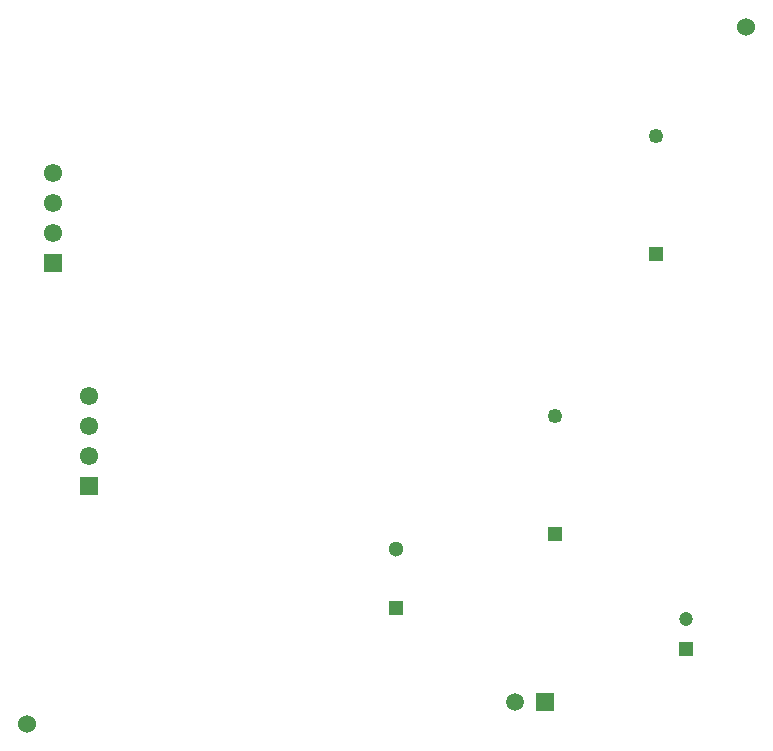
<source format=gbr>
G04*
G04 #@! TF.GenerationSoftware,Altium Limited,Altium Designer,22.4.2 (48)*
G04*
G04 Layer_Color=255*
%FSLAX25Y25*%
%MOIN*%
G70*
G04*
G04 #@! TF.SameCoordinates,897C8E4D-7720-40B5-A877-0FB78C4BABC8*
G04*
G04*
G04 #@! TF.FilePolarity,Positive*
G04*
G01*
G75*
%ADD20C,0.05118*%
%ADD21R,0.05118X0.05118*%
%ADD23C,0.04921*%
%ADD24R,0.04921X0.04921*%
%ADD25C,0.04724*%
%ADD26R,0.04724X0.04724*%
%ADD33C,0.06000*%
%ADD34R,0.05906X0.05906*%
%ADD35C,0.05906*%
%ADD36R,0.06102X0.06102*%
%ADD37C,0.06102*%
D20*
X439000Y343343D02*
D03*
D21*
Y323657D02*
D03*
D23*
X492000Y387685D02*
D03*
X525626Y480965D02*
D03*
D24*
X492000Y348315D02*
D03*
X525626Y441595D02*
D03*
D25*
X535500Y320000D02*
D03*
D26*
Y310158D02*
D03*
D33*
X555500Y517500D02*
D03*
X316000Y285000D02*
D03*
D34*
X488500Y292500D02*
D03*
D35*
X478500D02*
D03*
D36*
X336500Y364500D02*
D03*
X324626Y438780D02*
D03*
D37*
X336500Y374500D02*
D03*
Y384500D02*
D03*
Y394500D02*
D03*
X324626Y448780D02*
D03*
Y458780D02*
D03*
Y468780D02*
D03*
M02*

</source>
